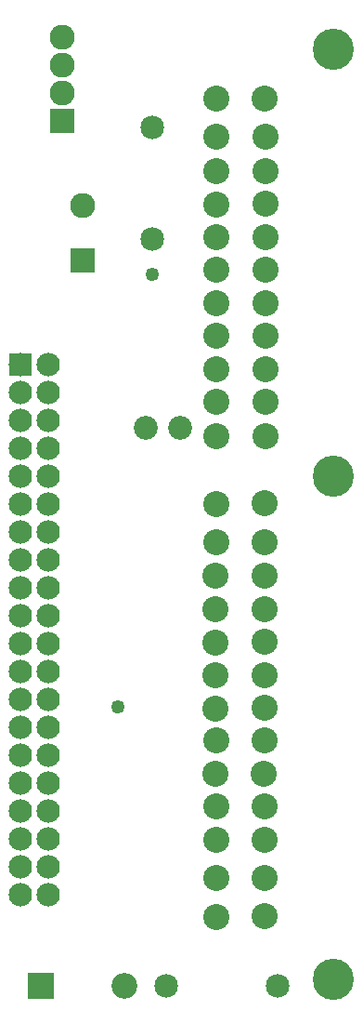
<source format=gts>
G04 MADE WITH FRITZING*
G04 WWW.FRITZING.ORG*
G04 DOUBLE SIDED*
G04 HOLES PLATED*
G04 CONTOUR ON CENTER OF CONTOUR VECTOR*
%ASAXBY*%
%FSLAX23Y23*%
%MOIN*%
%OFA0B0*%
%SFA1.0B1.0*%
%ADD10C,0.049370*%
%ADD11C,0.085000*%
%ADD12C,0.092000*%
%ADD13C,0.085433*%
%ADD14C,0.090000*%
%ADD15C,0.084000*%
%ADD16C,0.147795*%
%ADD17C,0.093307*%
%ADD18R,0.092000X0.092000*%
%ADD19R,0.090000X0.090000*%
%ADD20R,0.084000X0.084000*%
%LNMASK1*%
G90*
G70*
G54D10*
X649Y2837D03*
G54D11*
X1099Y287D03*
X699Y287D03*
X649Y3362D03*
X649Y2962D03*
G54D12*
X249Y287D03*
X547Y287D03*
G54D13*
X749Y2287D03*
G54D10*
X524Y1287D03*
G54D14*
X324Y3387D03*
X324Y3487D03*
X324Y3587D03*
X324Y3687D03*
X399Y2887D03*
X399Y3083D03*
G54D15*
X274Y2512D03*
X274Y2412D03*
X274Y2312D03*
X274Y2212D03*
X274Y2112D03*
X274Y2012D03*
X274Y1912D03*
X274Y1812D03*
X274Y1712D03*
X274Y1612D03*
X274Y1512D03*
X274Y1412D03*
X274Y1312D03*
X274Y1212D03*
X274Y1112D03*
X274Y1012D03*
X274Y912D03*
X274Y812D03*
X274Y712D03*
X274Y612D03*
X174Y2512D03*
X174Y2412D03*
X174Y2312D03*
X174Y2212D03*
X174Y2112D03*
X174Y2012D03*
X174Y1912D03*
X174Y1812D03*
X174Y1712D03*
X174Y1612D03*
X174Y1512D03*
X174Y1412D03*
X174Y1312D03*
X174Y1212D03*
X174Y1112D03*
X174Y1012D03*
X174Y912D03*
X174Y812D03*
X174Y712D03*
X174Y612D03*
G54D16*
X1299Y311D03*
X1299Y2114D03*
X1299Y3644D03*
G54D17*
X876Y534D03*
X876Y672D03*
X876Y809D03*
X876Y929D03*
X873Y1047D03*
X876Y1165D03*
X875Y1281D03*
X875Y1399D03*
X875Y1518D03*
X875Y1636D03*
X875Y1755D03*
X876Y1875D03*
X1051Y535D03*
X1051Y673D03*
X1051Y810D03*
X1051Y930D03*
X1048Y1048D03*
X1051Y1166D03*
X1050Y1282D03*
X1050Y1400D03*
X1050Y1519D03*
X1050Y1637D03*
X1050Y1756D03*
X1051Y1876D03*
X1051Y2015D03*
X876Y2014D03*
X878Y2257D03*
X1053Y2258D03*
X879Y2379D03*
X1054Y2380D03*
X878Y2498D03*
X1053Y2498D03*
X878Y2615D03*
X1053Y2616D03*
X878Y2734D03*
X1053Y2733D03*
X878Y2852D03*
X1053Y2852D03*
X878Y2969D03*
X1053Y2970D03*
X878Y3088D03*
X1053Y3089D03*
X878Y3207D03*
X1053Y3207D03*
X878Y3329D03*
X1053Y3330D03*
X878Y3466D03*
X1052Y3467D03*
G54D13*
X624Y2287D03*
G54D18*
X248Y287D03*
G54D19*
X324Y3387D03*
X399Y2887D03*
G54D20*
X174Y2512D03*
G04 End of Mask1*
M02*
</source>
